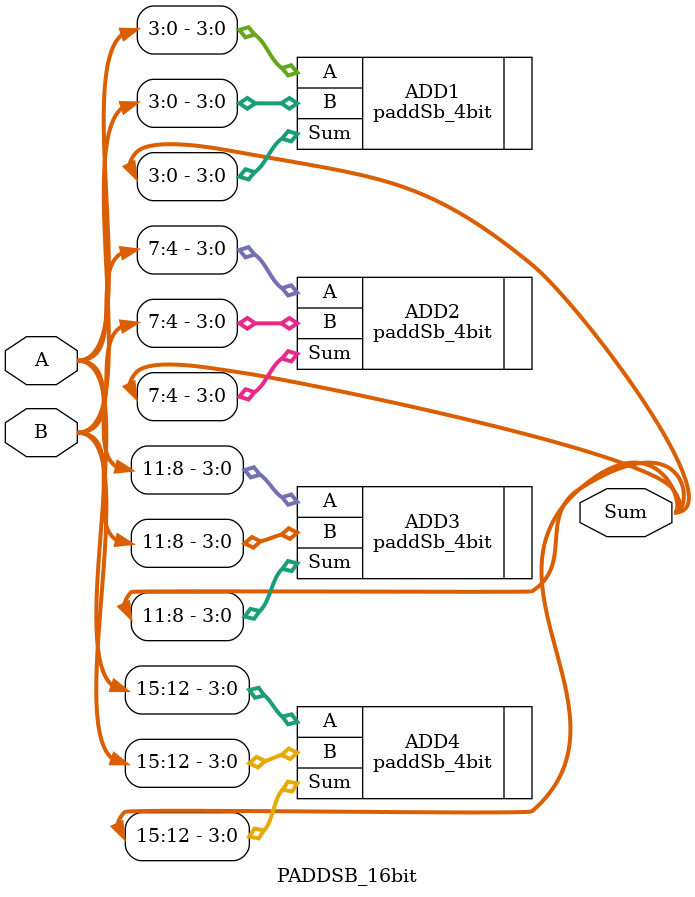
<source format=v>
module PADDSB_16bit (Sum, A, B);
input [15:0] A, B; // Input data values
output [15:0] Sum; // Sum output
/*paddSb_4bit ADD1(.Sum(Sum[3:0]),.Ovfl(Ovfl[0]), .A(A[3:0]), .B(B[3:0])); 
paddSb_4bit ADD2(.Sum(Sum[7:4]),.Ovfl(Ovfl[1]), .A(A[7:4]), .B(B[7:4])); 
paddSb_4bit ADD3(.Sum(Sum[11:8]),.Ovfl(Ovfl[2]), .A(A[11:8]), .B(B[11:8])); 
paddSb_4bit ADD4(.Sum(Sum[15:12]),.Ovfl(Ovfl[3]), .A(A[15:12]), .B(B[15:12]));*/

paddSb_4bit ADD1(.Sum(Sum[3:0]), .A(A[3:0]), .B(B[3:0])); 
paddSb_4bit ADD2(.Sum(Sum[7:4]), .A(A[7:4]), .B(B[7:4])); 
paddSb_4bit ADD3(.Sum(Sum[11:8]), .A(A[11:8]), .B(B[11:8])); 
paddSb_4bit ADD4(.Sum(Sum[15:12]), .A(A[15:12]), .B(B[15:12])); 

endmodule

</source>
